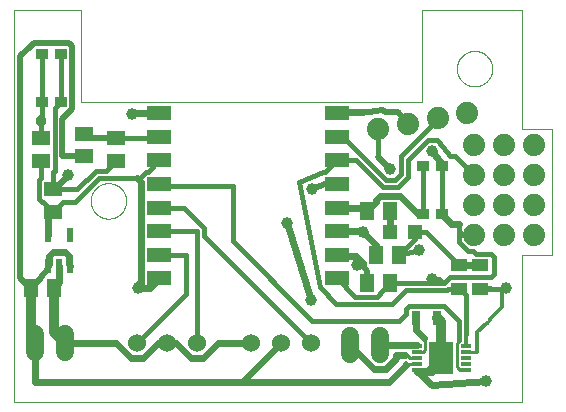
<source format=gtl>
G75*
%MOIN*%
%OFA0B0*%
%FSLAX25Y25*%
%IPPOS*%
%LPD*%
%AMOC8*
5,1,8,0,0,1.08239X$1,22.5*
%
%ADD10C,0.00300*%
%ADD11C,0.00000*%
%ADD12R,0.05906X0.05118*%
%ADD13R,0.02165X0.04724*%
%ADD14R,0.05118X0.05906*%
%ADD15R,0.07874X0.04724*%
%ADD16R,0.03937X0.03543*%
%ADD17R,0.04724X0.04724*%
%ADD18R,0.08201X0.11000*%
%ADD19R,0.03500X0.01201*%
%ADD20R,0.03150X0.04724*%
%ADD21R,0.05512X0.04331*%
%ADD22C,0.05937*%
%ADD23C,0.06000*%
%ADD24C,0.07400*%
%ADD25C,0.03200*%
%ADD26C,0.02400*%
%ADD27C,0.01600*%
%ADD28C,0.03962*%
%ADD29C,0.02000*%
%ADD30C,0.03765*%
%ADD31C,0.01000*%
%ADD32C,0.00850*%
%ADD33C,0.01200*%
D10*
X0046095Y0004000D02*
X0215386Y0004000D01*
X0215386Y0053000D01*
X0225595Y0053000D01*
X0225595Y0095000D01*
X0215386Y0095000D01*
X0215386Y0134709D01*
X0182095Y0134709D01*
X0182095Y0104000D01*
X0068595Y0104000D01*
X0068595Y0134709D01*
X0046095Y0134709D01*
X0046095Y0004000D01*
D11*
X0071685Y0070929D02*
X0071687Y0071082D01*
X0071693Y0071236D01*
X0071703Y0071389D01*
X0071717Y0071541D01*
X0071735Y0071694D01*
X0071757Y0071845D01*
X0071782Y0071996D01*
X0071812Y0072147D01*
X0071846Y0072297D01*
X0071883Y0072445D01*
X0071924Y0072593D01*
X0071969Y0072739D01*
X0072018Y0072885D01*
X0072071Y0073029D01*
X0072127Y0073171D01*
X0072187Y0073312D01*
X0072251Y0073452D01*
X0072318Y0073590D01*
X0072389Y0073726D01*
X0072464Y0073860D01*
X0072541Y0073992D01*
X0072623Y0074122D01*
X0072707Y0074250D01*
X0072795Y0074376D01*
X0072886Y0074499D01*
X0072980Y0074620D01*
X0073078Y0074738D01*
X0073178Y0074854D01*
X0073282Y0074967D01*
X0073388Y0075078D01*
X0073497Y0075186D01*
X0073609Y0075291D01*
X0073723Y0075392D01*
X0073841Y0075491D01*
X0073960Y0075587D01*
X0074082Y0075680D01*
X0074207Y0075769D01*
X0074334Y0075856D01*
X0074463Y0075938D01*
X0074594Y0076018D01*
X0074727Y0076094D01*
X0074862Y0076167D01*
X0074999Y0076236D01*
X0075138Y0076301D01*
X0075278Y0076363D01*
X0075420Y0076421D01*
X0075563Y0076476D01*
X0075708Y0076527D01*
X0075854Y0076574D01*
X0076001Y0076617D01*
X0076149Y0076656D01*
X0076298Y0076692D01*
X0076448Y0076723D01*
X0076599Y0076751D01*
X0076750Y0076775D01*
X0076903Y0076795D01*
X0077055Y0076811D01*
X0077208Y0076823D01*
X0077361Y0076831D01*
X0077514Y0076835D01*
X0077668Y0076835D01*
X0077821Y0076831D01*
X0077974Y0076823D01*
X0078127Y0076811D01*
X0078279Y0076795D01*
X0078432Y0076775D01*
X0078583Y0076751D01*
X0078734Y0076723D01*
X0078884Y0076692D01*
X0079033Y0076656D01*
X0079181Y0076617D01*
X0079328Y0076574D01*
X0079474Y0076527D01*
X0079619Y0076476D01*
X0079762Y0076421D01*
X0079904Y0076363D01*
X0080044Y0076301D01*
X0080183Y0076236D01*
X0080320Y0076167D01*
X0080455Y0076094D01*
X0080588Y0076018D01*
X0080719Y0075938D01*
X0080848Y0075856D01*
X0080975Y0075769D01*
X0081100Y0075680D01*
X0081222Y0075587D01*
X0081341Y0075491D01*
X0081459Y0075392D01*
X0081573Y0075291D01*
X0081685Y0075186D01*
X0081794Y0075078D01*
X0081900Y0074967D01*
X0082004Y0074854D01*
X0082104Y0074738D01*
X0082202Y0074620D01*
X0082296Y0074499D01*
X0082387Y0074376D01*
X0082475Y0074250D01*
X0082559Y0074122D01*
X0082641Y0073992D01*
X0082718Y0073860D01*
X0082793Y0073726D01*
X0082864Y0073590D01*
X0082931Y0073452D01*
X0082995Y0073312D01*
X0083055Y0073171D01*
X0083111Y0073029D01*
X0083164Y0072885D01*
X0083213Y0072739D01*
X0083258Y0072593D01*
X0083299Y0072445D01*
X0083336Y0072297D01*
X0083370Y0072147D01*
X0083400Y0071996D01*
X0083425Y0071845D01*
X0083447Y0071694D01*
X0083465Y0071541D01*
X0083479Y0071389D01*
X0083489Y0071236D01*
X0083495Y0071082D01*
X0083497Y0070929D01*
X0083495Y0070776D01*
X0083489Y0070622D01*
X0083479Y0070469D01*
X0083465Y0070317D01*
X0083447Y0070164D01*
X0083425Y0070013D01*
X0083400Y0069862D01*
X0083370Y0069711D01*
X0083336Y0069561D01*
X0083299Y0069413D01*
X0083258Y0069265D01*
X0083213Y0069119D01*
X0083164Y0068973D01*
X0083111Y0068829D01*
X0083055Y0068687D01*
X0082995Y0068546D01*
X0082931Y0068406D01*
X0082864Y0068268D01*
X0082793Y0068132D01*
X0082718Y0067998D01*
X0082641Y0067866D01*
X0082559Y0067736D01*
X0082475Y0067608D01*
X0082387Y0067482D01*
X0082296Y0067359D01*
X0082202Y0067238D01*
X0082104Y0067120D01*
X0082004Y0067004D01*
X0081900Y0066891D01*
X0081794Y0066780D01*
X0081685Y0066672D01*
X0081573Y0066567D01*
X0081459Y0066466D01*
X0081341Y0066367D01*
X0081222Y0066271D01*
X0081100Y0066178D01*
X0080975Y0066089D01*
X0080848Y0066002D01*
X0080719Y0065920D01*
X0080588Y0065840D01*
X0080455Y0065764D01*
X0080320Y0065691D01*
X0080183Y0065622D01*
X0080044Y0065557D01*
X0079904Y0065495D01*
X0079762Y0065437D01*
X0079619Y0065382D01*
X0079474Y0065331D01*
X0079328Y0065284D01*
X0079181Y0065241D01*
X0079033Y0065202D01*
X0078884Y0065166D01*
X0078734Y0065135D01*
X0078583Y0065107D01*
X0078432Y0065083D01*
X0078279Y0065063D01*
X0078127Y0065047D01*
X0077974Y0065035D01*
X0077821Y0065027D01*
X0077668Y0065023D01*
X0077514Y0065023D01*
X0077361Y0065027D01*
X0077208Y0065035D01*
X0077055Y0065047D01*
X0076903Y0065063D01*
X0076750Y0065083D01*
X0076599Y0065107D01*
X0076448Y0065135D01*
X0076298Y0065166D01*
X0076149Y0065202D01*
X0076001Y0065241D01*
X0075854Y0065284D01*
X0075708Y0065331D01*
X0075563Y0065382D01*
X0075420Y0065437D01*
X0075278Y0065495D01*
X0075138Y0065557D01*
X0074999Y0065622D01*
X0074862Y0065691D01*
X0074727Y0065764D01*
X0074594Y0065840D01*
X0074463Y0065920D01*
X0074334Y0066002D01*
X0074207Y0066089D01*
X0074082Y0066178D01*
X0073960Y0066271D01*
X0073841Y0066367D01*
X0073723Y0066466D01*
X0073609Y0066567D01*
X0073497Y0066672D01*
X0073388Y0066780D01*
X0073282Y0066891D01*
X0073178Y0067004D01*
X0073078Y0067120D01*
X0072980Y0067238D01*
X0072886Y0067359D01*
X0072795Y0067482D01*
X0072707Y0067608D01*
X0072623Y0067736D01*
X0072541Y0067866D01*
X0072464Y0067998D01*
X0072389Y0068132D01*
X0072318Y0068268D01*
X0072251Y0068406D01*
X0072187Y0068546D01*
X0072127Y0068687D01*
X0072071Y0068829D01*
X0072018Y0068973D01*
X0071969Y0069119D01*
X0071924Y0069265D01*
X0071883Y0069413D01*
X0071846Y0069561D01*
X0071812Y0069711D01*
X0071782Y0069862D01*
X0071757Y0070013D01*
X0071735Y0070164D01*
X0071717Y0070317D01*
X0071703Y0070469D01*
X0071693Y0070622D01*
X0071687Y0070776D01*
X0071685Y0070929D01*
X0193732Y0115024D02*
X0193734Y0115177D01*
X0193740Y0115331D01*
X0193750Y0115484D01*
X0193764Y0115636D01*
X0193782Y0115789D01*
X0193804Y0115940D01*
X0193829Y0116091D01*
X0193859Y0116242D01*
X0193893Y0116392D01*
X0193930Y0116540D01*
X0193971Y0116688D01*
X0194016Y0116834D01*
X0194065Y0116980D01*
X0194118Y0117124D01*
X0194174Y0117266D01*
X0194234Y0117407D01*
X0194298Y0117547D01*
X0194365Y0117685D01*
X0194436Y0117821D01*
X0194511Y0117955D01*
X0194588Y0118087D01*
X0194670Y0118217D01*
X0194754Y0118345D01*
X0194842Y0118471D01*
X0194933Y0118594D01*
X0195027Y0118715D01*
X0195125Y0118833D01*
X0195225Y0118949D01*
X0195329Y0119062D01*
X0195435Y0119173D01*
X0195544Y0119281D01*
X0195656Y0119386D01*
X0195770Y0119487D01*
X0195888Y0119586D01*
X0196007Y0119682D01*
X0196129Y0119775D01*
X0196254Y0119864D01*
X0196381Y0119951D01*
X0196510Y0120033D01*
X0196641Y0120113D01*
X0196774Y0120189D01*
X0196909Y0120262D01*
X0197046Y0120331D01*
X0197185Y0120396D01*
X0197325Y0120458D01*
X0197467Y0120516D01*
X0197610Y0120571D01*
X0197755Y0120622D01*
X0197901Y0120669D01*
X0198048Y0120712D01*
X0198196Y0120751D01*
X0198345Y0120787D01*
X0198495Y0120818D01*
X0198646Y0120846D01*
X0198797Y0120870D01*
X0198950Y0120890D01*
X0199102Y0120906D01*
X0199255Y0120918D01*
X0199408Y0120926D01*
X0199561Y0120930D01*
X0199715Y0120930D01*
X0199868Y0120926D01*
X0200021Y0120918D01*
X0200174Y0120906D01*
X0200326Y0120890D01*
X0200479Y0120870D01*
X0200630Y0120846D01*
X0200781Y0120818D01*
X0200931Y0120787D01*
X0201080Y0120751D01*
X0201228Y0120712D01*
X0201375Y0120669D01*
X0201521Y0120622D01*
X0201666Y0120571D01*
X0201809Y0120516D01*
X0201951Y0120458D01*
X0202091Y0120396D01*
X0202230Y0120331D01*
X0202367Y0120262D01*
X0202502Y0120189D01*
X0202635Y0120113D01*
X0202766Y0120033D01*
X0202895Y0119951D01*
X0203022Y0119864D01*
X0203147Y0119775D01*
X0203269Y0119682D01*
X0203388Y0119586D01*
X0203506Y0119487D01*
X0203620Y0119386D01*
X0203732Y0119281D01*
X0203841Y0119173D01*
X0203947Y0119062D01*
X0204051Y0118949D01*
X0204151Y0118833D01*
X0204249Y0118715D01*
X0204343Y0118594D01*
X0204434Y0118471D01*
X0204522Y0118345D01*
X0204606Y0118217D01*
X0204688Y0118087D01*
X0204765Y0117955D01*
X0204840Y0117821D01*
X0204911Y0117685D01*
X0204978Y0117547D01*
X0205042Y0117407D01*
X0205102Y0117266D01*
X0205158Y0117124D01*
X0205211Y0116980D01*
X0205260Y0116834D01*
X0205305Y0116688D01*
X0205346Y0116540D01*
X0205383Y0116392D01*
X0205417Y0116242D01*
X0205447Y0116091D01*
X0205472Y0115940D01*
X0205494Y0115789D01*
X0205512Y0115636D01*
X0205526Y0115484D01*
X0205536Y0115331D01*
X0205542Y0115177D01*
X0205544Y0115024D01*
X0205542Y0114871D01*
X0205536Y0114717D01*
X0205526Y0114564D01*
X0205512Y0114412D01*
X0205494Y0114259D01*
X0205472Y0114108D01*
X0205447Y0113957D01*
X0205417Y0113806D01*
X0205383Y0113656D01*
X0205346Y0113508D01*
X0205305Y0113360D01*
X0205260Y0113214D01*
X0205211Y0113068D01*
X0205158Y0112924D01*
X0205102Y0112782D01*
X0205042Y0112641D01*
X0204978Y0112501D01*
X0204911Y0112363D01*
X0204840Y0112227D01*
X0204765Y0112093D01*
X0204688Y0111961D01*
X0204606Y0111831D01*
X0204522Y0111703D01*
X0204434Y0111577D01*
X0204343Y0111454D01*
X0204249Y0111333D01*
X0204151Y0111215D01*
X0204051Y0111099D01*
X0203947Y0110986D01*
X0203841Y0110875D01*
X0203732Y0110767D01*
X0203620Y0110662D01*
X0203506Y0110561D01*
X0203388Y0110462D01*
X0203269Y0110366D01*
X0203147Y0110273D01*
X0203022Y0110184D01*
X0202895Y0110097D01*
X0202766Y0110015D01*
X0202635Y0109935D01*
X0202502Y0109859D01*
X0202367Y0109786D01*
X0202230Y0109717D01*
X0202091Y0109652D01*
X0201951Y0109590D01*
X0201809Y0109532D01*
X0201666Y0109477D01*
X0201521Y0109426D01*
X0201375Y0109379D01*
X0201228Y0109336D01*
X0201080Y0109297D01*
X0200931Y0109261D01*
X0200781Y0109230D01*
X0200630Y0109202D01*
X0200479Y0109178D01*
X0200326Y0109158D01*
X0200174Y0109142D01*
X0200021Y0109130D01*
X0199868Y0109122D01*
X0199715Y0109118D01*
X0199561Y0109118D01*
X0199408Y0109122D01*
X0199255Y0109130D01*
X0199102Y0109142D01*
X0198950Y0109158D01*
X0198797Y0109178D01*
X0198646Y0109202D01*
X0198495Y0109230D01*
X0198345Y0109261D01*
X0198196Y0109297D01*
X0198048Y0109336D01*
X0197901Y0109379D01*
X0197755Y0109426D01*
X0197610Y0109477D01*
X0197467Y0109532D01*
X0197325Y0109590D01*
X0197185Y0109652D01*
X0197046Y0109717D01*
X0196909Y0109786D01*
X0196774Y0109859D01*
X0196641Y0109935D01*
X0196510Y0110015D01*
X0196381Y0110097D01*
X0196254Y0110184D01*
X0196129Y0110273D01*
X0196007Y0110366D01*
X0195888Y0110462D01*
X0195770Y0110561D01*
X0195656Y0110662D01*
X0195544Y0110767D01*
X0195435Y0110875D01*
X0195329Y0110986D01*
X0195225Y0111099D01*
X0195125Y0111215D01*
X0195027Y0111333D01*
X0194933Y0111454D01*
X0194842Y0111577D01*
X0194754Y0111703D01*
X0194670Y0111831D01*
X0194588Y0111961D01*
X0194511Y0112093D01*
X0194436Y0112227D01*
X0194365Y0112363D01*
X0194298Y0112501D01*
X0194234Y0112641D01*
X0194174Y0112782D01*
X0194118Y0112924D01*
X0194065Y0113068D01*
X0194016Y0113214D01*
X0193971Y0113360D01*
X0193930Y0113508D01*
X0193893Y0113656D01*
X0193859Y0113806D01*
X0193829Y0113957D01*
X0193804Y0114108D01*
X0193782Y0114259D01*
X0193764Y0114412D01*
X0193750Y0114564D01*
X0193740Y0114717D01*
X0193734Y0114871D01*
X0193732Y0115024D01*
D12*
X0080095Y0091740D03*
X0080095Y0084260D03*
X0069595Y0085760D03*
X0069595Y0093240D03*
X0055095Y0091740D03*
X0055095Y0084260D03*
X0059095Y0074740D03*
X0059095Y0067260D03*
D13*
X0057355Y0059619D03*
X0064835Y0059619D03*
X0064835Y0049381D03*
X0061095Y0049381D03*
X0057355Y0049381D03*
D14*
X0059335Y0042000D03*
X0051855Y0042000D03*
X0163855Y0043500D03*
X0171335Y0043500D03*
X0174335Y0053000D03*
X0166855Y0053000D03*
X0163855Y0067500D03*
X0171335Y0067500D03*
D15*
X0153623Y0068720D03*
X0153623Y0060846D03*
X0153623Y0052972D03*
X0153623Y0045098D03*
X0153623Y0076594D03*
X0153623Y0084469D03*
X0153623Y0092343D03*
X0153623Y0100217D03*
X0094568Y0100217D03*
X0094568Y0092343D03*
X0094568Y0084469D03*
X0094568Y0076594D03*
X0094568Y0068720D03*
X0094568Y0060846D03*
X0094568Y0052972D03*
X0094568Y0045098D03*
D16*
X0061745Y0103929D03*
X0055446Y0103929D03*
X0055446Y0120071D03*
X0061745Y0120071D03*
X0182446Y0082571D03*
X0188745Y0082571D03*
X0188745Y0066429D03*
X0182446Y0066429D03*
D17*
X0179729Y0060500D03*
X0171461Y0060500D03*
D18*
X0188595Y0018500D03*
D19*
X0196900Y0018500D03*
X0196900Y0016531D03*
X0196900Y0014563D03*
X0196900Y0020469D03*
X0196900Y0022437D03*
X0180290Y0022437D03*
X0180290Y0020469D03*
X0180290Y0018500D03*
X0180290Y0016531D03*
X0180290Y0014563D03*
D20*
X0180052Y0032000D03*
X0187138Y0032000D03*
D21*
X0194595Y0041563D03*
X0201595Y0041563D03*
X0201595Y0049437D03*
X0194595Y0049437D03*
D22*
X0168095Y0025969D02*
X0168095Y0020031D01*
X0158095Y0020031D02*
X0158095Y0025969D01*
X0063095Y0026469D02*
X0063095Y0020531D01*
X0053095Y0020531D02*
X0053095Y0026469D01*
D23*
X0087095Y0023500D03*
X0097095Y0023500D03*
X0107095Y0023500D03*
X0125095Y0023500D03*
X0135095Y0023500D03*
X0145095Y0023500D03*
D24*
X0199595Y0059500D03*
X0209595Y0059500D03*
X0219595Y0059500D03*
X0219595Y0069500D03*
X0209595Y0069500D03*
X0199595Y0069500D03*
X0199595Y0079500D03*
X0209595Y0079500D03*
X0219595Y0079500D03*
X0219595Y0089500D03*
X0209595Y0089500D03*
X0199595Y0089500D03*
X0197139Y0100209D03*
X0187291Y0098473D03*
X0177443Y0096736D03*
X0167595Y0095000D03*
D25*
X0187138Y0032000D02*
X0188595Y0030543D01*
X0188595Y0018500D01*
X0063095Y0023500D02*
X0059335Y0027260D01*
X0059335Y0042000D01*
X0051855Y0042000D02*
X0051855Y0041500D01*
X0051855Y0024740D01*
X0053095Y0023500D01*
D26*
X0053095Y0010500D01*
X0122095Y0010500D01*
X0171048Y0010500D01*
X0176791Y0016243D01*
X0173590Y0018500D02*
X0173590Y0019500D01*
X0176540Y0019500D01*
X0173590Y0018500D02*
X0170153Y0015063D01*
X0166037Y0015063D01*
X0158100Y0023000D01*
X0158095Y0023000D01*
X0168095Y0023000D02*
X0177643Y0023000D01*
X0177712Y0023069D01*
X0180290Y0023069D01*
X0182775Y0025109D02*
X0180052Y0027833D01*
X0180052Y0032000D01*
X0180490Y0013931D02*
X0180922Y0013931D01*
X0185526Y0013931D01*
X0186595Y0015000D01*
X0185353Y0009500D02*
X0180922Y0013931D01*
X0185353Y0009500D02*
X0203595Y0011000D01*
X0162296Y0049219D02*
X0162296Y0050299D01*
X0160095Y0052500D01*
X0154095Y0052500D01*
X0153623Y0052972D01*
X0162095Y0061000D02*
X0162595Y0060500D01*
X0166855Y0056240D01*
X0166855Y0053000D01*
X0171461Y0060500D02*
X0171461Y0067374D01*
X0171335Y0067500D01*
X0166776Y0070681D02*
X0163725Y0067630D01*
X0162635Y0068720D01*
X0153623Y0068720D01*
X0153776Y0061000D02*
X0153623Y0060846D01*
X0153776Y0061000D02*
X0162095Y0061000D01*
X0163855Y0067500D02*
X0163725Y0067630D01*
X0166776Y0070681D02*
X0166776Y0071281D01*
X0167948Y0072453D01*
X0174723Y0072453D01*
X0180746Y0066429D01*
X0182446Y0066429D01*
X0188745Y0066429D02*
X0191795Y0063379D01*
X0194295Y0063379D01*
X0194595Y0049437D02*
X0201595Y0049437D01*
X0188448Y0082571D02*
X0188448Y0083647D01*
X0185595Y0087500D01*
X0162595Y0100500D02*
X0153906Y0100500D01*
X0153623Y0100217D01*
X0153623Y0092343D02*
X0153965Y0092000D01*
X0137095Y0063500D02*
X0145095Y0038000D01*
X0135095Y0023500D02*
X0122095Y0010500D01*
X0109166Y0018500D02*
X0114166Y0023500D01*
X0125095Y0023500D01*
X0109166Y0018500D02*
X0105024Y0018500D01*
X0100024Y0023500D01*
X0097095Y0023500D01*
X0094166Y0023500D01*
X0089166Y0018500D01*
X0085024Y0018500D01*
X0080024Y0023500D01*
X0063095Y0023500D01*
X0059335Y0042000D02*
X0061095Y0043760D01*
X0061095Y0049381D01*
X0057895Y0049922D02*
X0057895Y0052455D01*
X0059184Y0053744D01*
X0063006Y0053744D01*
X0064295Y0052455D01*
X0064295Y0049922D01*
X0064835Y0049381D01*
X0057895Y0049922D02*
X0057355Y0049381D01*
X0057355Y0059619D02*
X0057355Y0065520D01*
X0059095Y0067260D01*
X0059095Y0074740D02*
X0059335Y0074740D01*
X0064095Y0079500D01*
X0087095Y0078635D02*
X0088595Y0077135D01*
X0088595Y0044000D01*
X0088595Y0042500D01*
X0087595Y0042000D02*
X0091469Y0042000D01*
X0094568Y0045098D01*
X0094568Y0100217D02*
X0085812Y0100217D01*
X0085595Y0100000D01*
D27*
X0080095Y0091740D02*
X0093965Y0091740D01*
X0094568Y0092343D01*
X0094070Y0084966D02*
X0094568Y0084469D01*
X0090656Y0080557D01*
X0089968Y0080557D01*
X0088046Y0078635D01*
X0087095Y0078635D01*
X0074399Y0078635D01*
X0066346Y0070581D01*
X0062416Y0070581D01*
X0059095Y0067260D01*
X0055774Y0070581D01*
X0055480Y0070581D01*
X0054542Y0071518D01*
X0054542Y0077962D01*
X0055095Y0078515D01*
X0055095Y0084260D01*
X0059095Y0080485D02*
X0059648Y0081038D01*
X0059648Y0101832D01*
X0061745Y0103929D01*
X0061745Y0120071D01*
X0055446Y0120071D02*
X0055446Y0103929D01*
X0055446Y0099429D01*
X0055095Y0099079D01*
X0055095Y0097500D01*
X0055095Y0091740D01*
X0059095Y0080485D02*
X0059095Y0074740D01*
X0067111Y0074740D01*
X0073405Y0081035D01*
X0076870Y0081035D01*
X0080095Y0084260D01*
X0094568Y0076594D02*
X0095162Y0076000D01*
X0119095Y0076000D01*
X0119095Y0057500D01*
X0145595Y0031000D01*
X0174595Y0031000D01*
X0176877Y0033282D01*
X0176877Y0035025D01*
X0177814Y0035962D01*
X0189376Y0035962D01*
X0194296Y0031043D01*
X0194296Y0024445D01*
X0196900Y0026467D02*
X0196900Y0039640D01*
X0194884Y0041656D01*
X0194595Y0041563D02*
X0190805Y0041563D01*
X0190342Y0041100D01*
X0176710Y0041100D01*
X0172157Y0036547D01*
X0153612Y0036547D01*
X0148086Y0042073D01*
X0141086Y0077119D01*
X0149023Y0080557D01*
X0149711Y0080557D01*
X0153623Y0084469D01*
X0160168Y0084469D01*
X0169118Y0075519D01*
X0174073Y0075519D01*
X0177576Y0079023D01*
X0177576Y0084546D01*
X0184112Y0091081D01*
X0187078Y0091081D01*
X0189176Y0088983D01*
X0191428Y0085943D01*
X0193153Y0085943D01*
X0199595Y0079500D01*
X0188745Y0082571D02*
X0188448Y0082571D01*
X0188745Y0082571D02*
X0188745Y0066429D01*
X0194295Y0063379D02*
X0194295Y0061000D01*
X0195795Y0059500D01*
X0199595Y0059500D01*
X0199098Y0054200D02*
X0197400Y0054200D01*
X0194295Y0057305D01*
X0194295Y0061000D01*
X0199098Y0054200D02*
X0200095Y0053202D01*
X0205014Y0053202D01*
X0205951Y0052265D01*
X0205951Y0046609D01*
X0205014Y0045672D01*
X0191520Y0045672D01*
X0189348Y0043500D01*
X0187848Y0045000D01*
X0185595Y0045000D01*
X0189348Y0043500D02*
X0171335Y0043500D01*
X0168014Y0040179D01*
X0168014Y0039884D01*
X0167077Y0038947D01*
X0159774Y0038947D01*
X0153623Y0045098D01*
X0174335Y0053000D02*
X0181095Y0054500D01*
X0179729Y0058394D02*
X0179729Y0060500D01*
X0183532Y0060500D01*
X0194595Y0049437D01*
X0205169Y0041637D02*
X0208751Y0041637D01*
X0179729Y0058394D02*
X0174335Y0053000D01*
X0182446Y0066429D02*
X0182446Y0082571D01*
X0175176Y0080017D02*
X0175176Y0086000D01*
X0187291Y0098115D01*
X0187291Y0098473D01*
X0167595Y0095000D02*
X0167595Y0085500D01*
X0170112Y0077919D02*
X0156031Y0092000D01*
X0153965Y0092000D01*
X0170112Y0077919D02*
X0173078Y0077919D01*
X0175176Y0080017D01*
X0145095Y0023500D02*
X0109495Y0059100D01*
X0109495Y0061841D01*
X0102615Y0068720D01*
X0094568Y0068720D01*
X0094568Y0060846D02*
X0107095Y0060846D01*
X0107095Y0023500D01*
X0103595Y0040000D02*
X0103595Y0053000D01*
X0103568Y0052972D01*
X0094568Y0052972D01*
X0103595Y0040000D02*
X0087095Y0023500D01*
D28*
X0087595Y0042000D03*
X0064095Y0079500D03*
X0085595Y0100000D03*
X0137095Y0063500D03*
X0145595Y0075000D03*
X0162595Y0060500D03*
X0160595Y0049500D03*
X0145095Y0038000D03*
X0181095Y0054500D03*
X0185595Y0045000D03*
X0210095Y0042000D03*
X0203595Y0011000D03*
X0171595Y0081500D03*
X0185595Y0087500D03*
D29*
X0177443Y0096736D02*
X0174180Y0100500D01*
X0170043Y0100500D01*
X0168884Y0101312D01*
X0164396Y0100521D01*
X0164382Y0100500D01*
X0162595Y0100500D01*
X0167595Y0085500D02*
X0171595Y0081500D01*
X0153623Y0076594D02*
X0149690Y0076594D01*
X0145595Y0075000D01*
X0160595Y0049500D02*
X0161497Y0049500D01*
X0162296Y0050299D01*
X0162296Y0049219D02*
X0163855Y0047660D01*
X0163855Y0043500D01*
X0185095Y0043700D02*
X0185095Y0044500D01*
X0185595Y0045000D01*
X0194595Y0041563D02*
X0194791Y0041563D01*
X0194884Y0041656D01*
X0201595Y0041563D02*
X0201669Y0041637D01*
X0205169Y0041637D01*
X0180290Y0023069D02*
X0180290Y0022869D01*
X0176817Y0016500D02*
X0176627Y0016500D01*
X0176627Y0016407D01*
X0176791Y0016243D01*
X0180290Y0014131D02*
X0184226Y0014131D01*
X0188595Y0018500D01*
X0186595Y0016500D01*
X0186595Y0015000D01*
X0088595Y0044000D02*
X0087595Y0043000D01*
X0087595Y0042000D01*
X0057355Y0048077D02*
X0054976Y0045698D01*
X0054976Y0045121D01*
X0051855Y0042000D01*
X0051855Y0041500D02*
X0048245Y0045110D01*
X0048245Y0119156D01*
X0051677Y0122588D01*
X0052731Y0123643D01*
X0064459Y0123643D01*
X0065513Y0122588D01*
X0065513Y0101412D01*
X0062248Y0098147D01*
X0062248Y0085760D01*
X0069595Y0085760D01*
X0071095Y0091740D02*
X0080095Y0091740D01*
X0071095Y0091740D02*
X0069595Y0093240D01*
X0057355Y0049381D02*
X0057355Y0048077D01*
D30*
X0055095Y0097500D03*
D31*
X0176540Y0019500D02*
X0177070Y0019500D01*
X0178002Y0018568D01*
X0180222Y0018568D01*
X0180290Y0018500D01*
X0180290Y0016531D02*
X0176627Y0016531D01*
X0176595Y0016500D01*
X0196900Y0014563D02*
X0196968Y0014631D01*
X0196900Y0020469D02*
X0200564Y0020469D01*
X0200595Y0020500D01*
X0203649Y0030387D02*
X0204762Y0031500D01*
D32*
X0194296Y0024445D02*
X0194296Y0023915D01*
X0193925Y0023545D01*
X0193925Y0015424D01*
X0194643Y0014706D01*
X0196757Y0014706D01*
X0196900Y0014563D01*
X0183265Y0021329D02*
X0182547Y0020612D01*
X0180433Y0020612D01*
X0180290Y0020469D01*
X0183265Y0021329D02*
X0183265Y0024619D01*
X0182775Y0025109D01*
D33*
X0196900Y0026467D02*
X0196900Y0022437D01*
X0200595Y0020500D02*
X0200595Y0027333D01*
X0203649Y0030387D01*
X0204762Y0031500D02*
X0208751Y0035489D01*
X0208751Y0041637D01*
X0210095Y0041637D01*
X0210095Y0042000D01*
M02*

</source>
